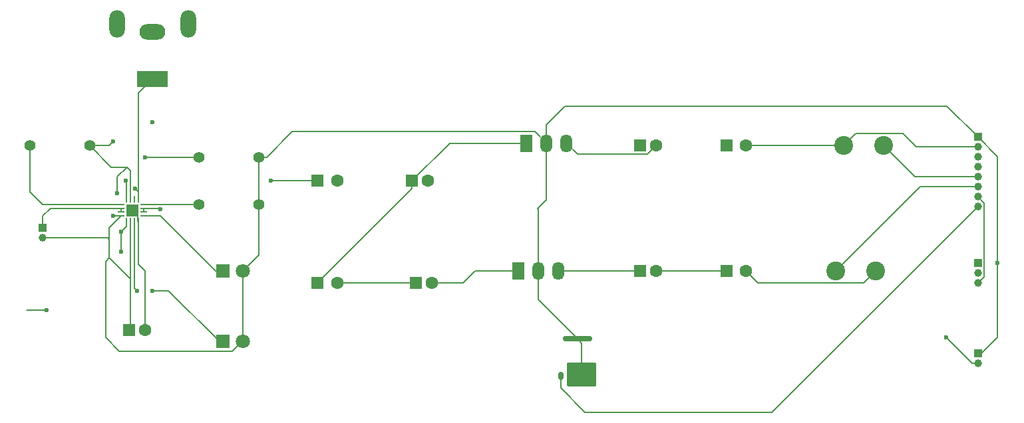
<source format=gbr>
%TF.GenerationSoftware,KiCad,Pcbnew,9.0.6*%
%TF.CreationDate,2026-01-17T19:33:41-06:00*%
%TF.ProjectId,MobileArkhamAsylum,4d6f6269-6c65-4417-926b-68616d417379,rev?*%
%TF.SameCoordinates,Original*%
%TF.FileFunction,Copper,L1,Top*%
%TF.FilePolarity,Positive*%
%FSLAX46Y46*%
G04 Gerber Fmt 4.6, Leading zero omitted, Abs format (unit mm)*
G04 Created by KiCad (PCBNEW 9.0.6) date 2026-01-17 19:33:41*
%MOMM*%
%LPD*%
G01*
G04 APERTURE LIST*
G04 Aperture macros list*
%AMRoundRect*
0 Rectangle with rounded corners*
0 $1 Rounding radius*
0 $2 $3 $4 $5 $6 $7 $8 $9 X,Y pos of 4 corners*
0 Add a 4 corners polygon primitive as box body*
4,1,4,$2,$3,$4,$5,$6,$7,$8,$9,$2,$3,0*
0 Add four circle primitives for the rounded corners*
1,1,$1+$1,$2,$3*
1,1,$1+$1,$4,$5*
1,1,$1+$1,$6,$7*
1,1,$1+$1,$8,$9*
0 Add four rect primitives between the rounded corners*
20,1,$1+$1,$2,$3,$4,$5,0*
20,1,$1+$1,$4,$5,$6,$7,0*
20,1,$1+$1,$6,$7,$8,$9,0*
20,1,$1+$1,$8,$9,$2,$3,0*%
G04 Aperture macros list end*
%TA.AperFunction,ComponentPad*%
%ADD10R,4.000000X2.000000*%
%TD*%
%TA.AperFunction,ComponentPad*%
%ADD11O,3.300000X2.000000*%
%TD*%
%TA.AperFunction,ComponentPad*%
%ADD12O,2.000000X3.500000*%
%TD*%
%TA.AperFunction,HeatsinkPad*%
%ADD13R,1.600000X1.600000*%
%TD*%
%TA.AperFunction,SMDPad,CuDef*%
%ADD14RoundRect,0.062500X-0.062500X-0.375000X0.062500X-0.375000X0.062500X0.375000X-0.062500X0.375000X0*%
%TD*%
%TA.AperFunction,SMDPad,CuDef*%
%ADD15RoundRect,0.062500X-0.375000X-0.062500X0.375000X-0.062500X0.375000X0.062500X-0.375000X0.062500X0*%
%TD*%
%TA.AperFunction,ComponentPad*%
%ADD16C,1.000000*%
%TD*%
%TA.AperFunction,ComponentPad*%
%ADD17R,1.000000X1.000000*%
%TD*%
%TA.AperFunction,ComponentPad*%
%ADD18C,1.400000*%
%TD*%
%TA.AperFunction,ComponentPad*%
%ADD19C,1.600000*%
%TD*%
%TA.AperFunction,ComponentPad*%
%ADD20RoundRect,0.250000X-0.550000X-0.550000X0.550000X-0.550000X0.550000X0.550000X-0.550000X0.550000X0*%
%TD*%
%TA.AperFunction,ComponentPad*%
%ADD21C,2.400000*%
%TD*%
%TA.AperFunction,SMDPad,CuDef*%
%ADD22RoundRect,0.250000X-1.630000X-1.285000X1.630000X-1.285000X1.630000X1.285000X-1.630000X1.285000X0*%
%TD*%
%TA.AperFunction,SMDPad,CuDef*%
%ADD23RoundRect,0.150000X-0.150000X-0.350000X0.150000X-0.350000X0.150000X0.350000X-0.150000X0.350000X0*%
%TD*%
%TA.AperFunction,SMDPad,CuDef*%
%ADD24RoundRect,0.150000X-1.730000X-0.150000X1.730000X-0.150000X1.730000X0.150000X-1.730000X0.150000X0*%
%TD*%
%TA.AperFunction,ComponentPad*%
%ADD25R,1.500000X2.300000*%
%TD*%
%TA.AperFunction,ComponentPad*%
%ADD26O,1.500000X2.300000*%
%TD*%
%TA.AperFunction,ComponentPad*%
%ADD27R,1.800000X1.800000*%
%TD*%
%TA.AperFunction,ComponentPad*%
%ADD28C,1.800000*%
%TD*%
%TA.AperFunction,ViaPad*%
%ADD29C,0.600000*%
%TD*%
%TA.AperFunction,Conductor*%
%ADD30C,0.200000*%
%TD*%
G04 APERTURE END LIST*
D10*
%TO.P,J5,1,L*%
%TO.N,Net-(J5-L)*%
X111500000Y-84000000D03*
D11*
%TO.P,J5,2,N*%
%TO.N,GND*%
X111500000Y-78000000D03*
D12*
%TO.P,J5,MP*%
%TO.N,N/C*%
X116000000Y-77000000D03*
X107000000Y-77000000D03*
%TD*%
D13*
%TO.P,U2,17,VSS*%
%TO.N,Net-(C1-Pad2)*%
X108937500Y-100750000D03*
D14*
%TO.P,U2,16,ISET*%
%TO.N,Net-(U2-ISET)*%
X108187500Y-99312500D03*
%TO.P,U2,15,SYSOFF*%
%TO.N,GND*%
X108687500Y-99312500D03*
%TO.P,U2,14,TMR*%
%TO.N,unconnected-(U2-TMR-Pad14)*%
X109187500Y-99312500D03*
%TO.P,U2,13,IN*%
%TO.N,Net-(J5-L)*%
X109687500Y-99312500D03*
D15*
%TO.P,U2,12,ILIM*%
%TO.N,Net-(U2-ILIM)*%
X110375000Y-100000000D03*
%TO.P,U2,11,OUT*%
%TO.N,Net-(C6-Pad1)*%
X110375000Y-100500000D03*
%TO.P,U2,10,OUT*%
X110375000Y-101000000D03*
%TO.P,U2,9,~{CHG}*%
%TO.N,Net-(D2-K)*%
X110375000Y-101500000D03*
D14*
%TO.P,U2,8,VSS*%
%TO.N,Net-(C1-Pad2)*%
X109687500Y-102187500D03*
%TO.P,U2,7,~{PGOOD}*%
%TO.N,Net-(D1-K)*%
X109187500Y-102187500D03*
%TO.P,U2,6,EN1*%
%TO.N,GND*%
X108687500Y-102187500D03*
%TO.P,U2,5,EN2*%
%TO.N,Net-(J5-L)*%
X108187500Y-102187500D03*
D15*
%TO.P,U2,4,~{CE}*%
%TO.N,GND*%
X107500000Y-101500000D03*
%TO.P,U2,3,BAT*%
%TO.N,Net-(J2-Pin_1)*%
X107500000Y-101000000D03*
%TO.P,U2,2,BAT*%
X107500000Y-100500000D03*
%TO.P,U2,1,TS*%
%TO.N,Net-(U2-TS)*%
X107500000Y-100000000D03*
%TD*%
D16*
%TO.P,J2,2,Pin_2*%
%TO.N,GND*%
X97500000Y-104270000D03*
D17*
%TO.P,J2,1,Pin_1*%
%TO.N,Net-(J2-Pin_1)*%
X97500000Y-103000000D03*
%TD*%
D18*
%TO.P,R1,2*%
%TO.N,GND*%
X103500000Y-92500000D03*
%TO.P,R1,1*%
%TO.N,Net-(U2-TS)*%
X95880000Y-92500000D03*
%TD*%
%TO.P,R3,2*%
%TO.N,GND*%
X125000000Y-94000000D03*
%TO.P,R3,1*%
%TO.N,Net-(U2-ISET)*%
X117380000Y-94000000D03*
%TD*%
D19*
%TO.P,C1,2*%
%TO.N,Net-(C1-Pad2)*%
X110500000Y-116000000D03*
D20*
%TO.P,C1,1*%
%TO.N,GND*%
X108500000Y-116000000D03*
%TD*%
%TO.P,C7,1*%
%TO.N,Net-(C3-Pad1)*%
X184500000Y-92500000D03*
D19*
%TO.P,C7,2*%
%TO.N,/Power ESP32*%
X187000000Y-92500000D03*
%TD*%
D21*
%TO.P,R5,1*%
%TO.N,/Power ESP32*%
X199420000Y-92500000D03*
%TO.P,R5,2*%
%TO.N,/ADC Readings for 3.3V*%
X204500000Y-92500000D03*
%TD*%
%TO.P,R4,1*%
%TO.N,Net-(J1-Pin_2)*%
X203500000Y-108500000D03*
%TO.P,R4,2*%
%TO.N,/ADC Readings for 5V*%
X198420000Y-108500000D03*
%TD*%
D22*
%TO.P,Q1,3,S*%
%TO.N,GND*%
X166110000Y-121717500D03*
D23*
%TO.P,Q1,2,G*%
%TO.N,/NMOS G*%
X163430000Y-121857500D03*
D24*
%TO.P,Q1,1,D*%
%TO.N,GND*%
X165560000Y-117137500D03*
%TD*%
D17*
%TO.P,J4,1,Pin_1*%
%TO.N,GND*%
X216500000Y-119000000D03*
D16*
%TO.P,J4,2,Pin_2*%
%TO.N,Net-(J1-Pin_2)*%
X216500000Y-120270000D03*
%TD*%
D17*
%TO.P,J3,1,Pin_1*%
%TO.N,GND*%
X216500000Y-91420000D03*
D16*
%TO.P,J3,2,Pin_2*%
%TO.N,/Power ESP32*%
X216500000Y-92690000D03*
%TO.P,J3,3,Pin_3*%
%TO.N,unconnected-(J3-Pin_3-Pad3)*%
X216500000Y-93960000D03*
%TO.P,J3,4,Pin_4*%
%TO.N,unconnected-(J3-Pin_4-Pad4)*%
X216500000Y-95230000D03*
%TO.P,J3,5,Pin_5*%
%TO.N,/ADC Readings for 3.3V*%
X216500000Y-96500000D03*
%TO.P,J3,6,Pin_6*%
%TO.N,/ADC Readings for 5V*%
X216500000Y-97770000D03*
%TO.P,J3,7,Pin_7*%
%TO.N,/Servo PWM*%
X216500000Y-99040000D03*
%TO.P,J3,8,Pin_8*%
%TO.N,/NMOS G*%
X216500000Y-100310000D03*
%TD*%
D17*
%TO.P,J1,1,Pin_1*%
%TO.N,GND*%
X216500000Y-107500000D03*
D16*
%TO.P,J1,2,Pin_2*%
%TO.N,Net-(J1-Pin_2)*%
X216500000Y-108770000D03*
%TO.P,J1,3,Pin_3*%
%TO.N,/Servo PWM*%
X216500000Y-110040000D03*
%TD*%
D20*
%TO.P,C5,1*%
%TO.N,Net-(C5-Pad1)*%
X145000000Y-110000000D03*
D19*
%TO.P,C5,2*%
%TO.N,Net-(U3-IN)*%
X147000000Y-110000000D03*
%TD*%
D20*
%TO.P,C3,1*%
%TO.N,Net-(C3-Pad1)*%
X173544888Y-92500000D03*
D19*
%TO.P,C3,2*%
%TO.N,Net-(U1-OUT)*%
X175544888Y-92500000D03*
%TD*%
D20*
%TO.P,C2,1*%
%TO.N,Net-(U1-IN)*%
X144500000Y-97000000D03*
D19*
%TO.P,C2,2*%
%TO.N,Net-(C2-Pad2)*%
X146500000Y-97000000D03*
%TD*%
D20*
%TO.P,C8,1*%
%TO.N,Net-(U1-IN)*%
X132500000Y-110000000D03*
D19*
%TO.P,C8,2*%
%TO.N,Net-(C5-Pad1)*%
X135000000Y-110000000D03*
%TD*%
D25*
%TO.P,U3,1,IN*%
%TO.N,Net-(U3-IN)*%
X158000000Y-108500000D03*
D26*
%TO.P,U3,2,GND*%
%TO.N,GND*%
X160540000Y-108500000D03*
%TO.P,U3,3,OUT*%
%TO.N,Net-(U3-OUT)*%
X163080000Y-108500000D03*
%TD*%
D20*
%TO.P,C4,1*%
%TO.N,Net-(U3-OUT)*%
X173544888Y-108500000D03*
D19*
%TO.P,C4,2*%
%TO.N,Net-(C4-Pad2)*%
X175544888Y-108500000D03*
%TD*%
D20*
%TO.P,C9,1*%
%TO.N,Net-(C4-Pad2)*%
X184500000Y-108500000D03*
D19*
%TO.P,C9,2*%
%TO.N,Net-(J1-Pin_2)*%
X187000000Y-108500000D03*
%TD*%
D27*
%TO.P,D1,1,K*%
%TO.N,Net-(D1-K)*%
X120460000Y-117500000D03*
D28*
%TO.P,D1,2,A*%
%TO.N,GND*%
X123000000Y-117500000D03*
%TD*%
D25*
%TO.P,U1,1,IN*%
%TO.N,Net-(U1-IN)*%
X159052500Y-92207500D03*
D26*
%TO.P,U1,2,GND*%
%TO.N,GND*%
X161592500Y-92207500D03*
%TO.P,U1,3,OUT*%
%TO.N,Net-(U1-OUT)*%
X164132500Y-92207500D03*
%TD*%
D18*
%TO.P,R2,1*%
%TO.N,Net-(U2-ILIM)*%
X117380000Y-100000000D03*
%TO.P,R2,2*%
%TO.N,GND*%
X125000000Y-100000000D03*
%TD*%
D20*
%TO.P,C6,1*%
%TO.N,Net-(C6-Pad1)*%
X132500000Y-97000000D03*
D19*
%TO.P,C6,2*%
%TO.N,Net-(C2-Pad2)*%
X135000000Y-97000000D03*
%TD*%
D27*
%TO.P,D2,1,K*%
%TO.N,Net-(D2-K)*%
X120460000Y-108500000D03*
D28*
%TO.P,D2,2,A*%
%TO.N,GND*%
X123000000Y-108500000D03*
%TD*%
D29*
%TO.N,Net-(J5-L)*%
X109287500Y-98000000D03*
%TO.N,Net-(J1-Pin_2)*%
X212500000Y-117000000D03*
%TO.N,GND*%
X106500000Y-92000000D03*
X111500000Y-89500000D03*
%TO.N,Net-(J5-L)*%
X98000000Y-113500000D03*
X107500000Y-106000000D03*
%TO.N,GND*%
X106500000Y-101500000D03*
X107000000Y-98600000D03*
%TO.N,Net-(J5-L)*%
X107500000Y-103500000D03*
%TO.N,GND*%
X219000000Y-107500000D03*
%TO.N,Net-(C6-Pad1)*%
X126500000Y-97000000D03*
%TO.N,Net-(U2-ISET)*%
X110500000Y-94000000D03*
%TO.N,Net-(D1-K)*%
X109500000Y-111000000D03*
X111500000Y-111000000D03*
%TO.N,Net-(U2-ISET)*%
X108087500Y-97000000D03*
%TO.N,Net-(C6-Pad1)*%
X112500000Y-100600000D03*
%TD*%
D30*
%TO.N,Net-(J5-L)*%
X111500000Y-84000000D02*
X109687500Y-85812500D01*
X109687500Y-85812500D02*
X109687500Y-99312500D01*
X109687500Y-98400000D02*
X109287500Y-98000000D01*
X109687500Y-99312500D02*
X109687500Y-98400000D01*
%TO.N,Net-(J1-Pin_2)*%
X212500000Y-117000000D02*
X215770000Y-120270000D01*
X215770000Y-120270000D02*
X216500000Y-120270000D01*
%TO.N,GND*%
X106500000Y-92000000D02*
X106000000Y-92500000D01*
X106000000Y-92500000D02*
X103500000Y-92500000D01*
%TO.N,Net-(J5-L)*%
X98000000Y-113500000D02*
X95500000Y-113500000D01*
X107500000Y-103500000D02*
X107500000Y-106000000D01*
%TO.N,GND*%
X106250000Y-95250000D02*
X108250000Y-95250000D01*
X103500000Y-92500000D02*
X106250000Y-95250000D01*
%TO.N,Net-(U2-TS)*%
X95880000Y-98380000D02*
X95880000Y-92500000D01*
X107500000Y-100000000D02*
X97500000Y-100000000D01*
X97500000Y-100000000D02*
X95880000Y-98380000D01*
%TO.N,Net-(U3-OUT)*%
X173544888Y-108500000D02*
X163080000Y-108500000D01*
%TO.N,GND*%
X160540000Y-108500000D02*
X160540000Y-112117500D01*
X160540000Y-112117500D02*
X165560000Y-117137500D01*
X160500000Y-100500000D02*
X160540000Y-100540000D01*
X161592500Y-99407500D02*
X160500000Y-100500000D01*
X161592500Y-92207500D02*
X161592500Y-99407500D01*
X160540000Y-100540000D02*
X160540000Y-108500000D01*
%TO.N,Net-(U3-IN)*%
X151000000Y-110000000D02*
X147000000Y-110000000D01*
X152500000Y-108500000D02*
X151000000Y-110000000D01*
X158000000Y-108500000D02*
X152500000Y-108500000D01*
%TO.N,Net-(J2-Pin_1)*%
X107500000Y-101000000D02*
X107500000Y-100500000D01*
%TO.N,Net-(C6-Pad1)*%
X110375000Y-100500000D02*
X110375000Y-101000000D01*
X110375000Y-100500000D02*
X112400000Y-100500000D01*
X112400000Y-100500000D02*
X112500000Y-100600000D01*
%TO.N,Net-(C1-Pad2)*%
X109636500Y-102136500D02*
X109636500Y-101449000D01*
X109636500Y-101449000D02*
X108937500Y-100750000D01*
X109687500Y-102187500D02*
X109636500Y-102136500D01*
X109687500Y-102187500D02*
X109687500Y-102500000D01*
%TO.N,GND*%
X107000000Y-98600000D02*
X107000000Y-96500000D01*
X107000000Y-96500000D02*
X108250000Y-95250000D01*
X107500000Y-101500000D02*
X106500000Y-101500000D01*
%TO.N,Net-(J5-L)*%
X108187500Y-102812500D02*
X107500000Y-103500000D01*
X108187500Y-102187500D02*
X108187500Y-102812500D01*
%TO.N,Net-(C4-Pad2)*%
X184500000Y-108500000D02*
X175544888Y-108500000D01*
%TO.N,Net-(J1-Pin_2)*%
X201999000Y-110001000D02*
X203500000Y-108500000D01*
X188501000Y-110001000D02*
X201999000Y-110001000D01*
X187000000Y-108500000D02*
X188501000Y-110001000D01*
%TO.N,GND*%
X105500000Y-117000000D02*
X105500000Y-107312500D01*
X107201000Y-118701000D02*
X105500000Y-117000000D01*
X121661000Y-118701000D02*
X107201000Y-118701000D01*
X123000000Y-117362000D02*
X121661000Y-118701000D01*
X123000000Y-108500000D02*
X123000000Y-117362000D01*
X105500000Y-107312500D02*
X106000000Y-106812500D01*
%TO.N,Net-(J2-Pin_1)*%
X97500000Y-103000000D02*
X97500000Y-101500000D01*
%TO.N,GND*%
X219000000Y-107500000D02*
X219000000Y-117000000D01*
X219000000Y-117000000D02*
X217000000Y-119000000D01*
X219000000Y-93920000D02*
X219000000Y-107500000D01*
X217000000Y-119000000D02*
X216500000Y-119000000D01*
X216500000Y-91420000D02*
X219000000Y-93920000D01*
%TO.N,/Servo PWM*%
X217301000Y-99841000D02*
X216500000Y-99040000D01*
X216500000Y-110040000D02*
X217301000Y-109239000D01*
X217301000Y-109239000D02*
X217301000Y-99841000D01*
%TO.N,/ADC Readings for 5V*%
X209150000Y-97770000D02*
X216500000Y-97770000D01*
X198420000Y-108500000D02*
X209150000Y-97770000D01*
%TO.N,/Power ESP32*%
X199420000Y-92500000D02*
X187000000Y-92500000D01*
X200921000Y-90999000D02*
X199420000Y-92500000D01*
X206999000Y-90999000D02*
X200921000Y-90999000D01*
X208690000Y-92690000D02*
X206999000Y-90999000D01*
X216500000Y-92690000D02*
X208690000Y-92690000D01*
%TO.N,/ADC Readings for 3.3V*%
X208500000Y-96500000D02*
X216500000Y-96500000D01*
X204500000Y-92500000D02*
X208500000Y-96500000D01*
%TO.N,GND*%
X161592500Y-89907500D02*
X161592500Y-92207500D01*
X164000000Y-87500000D02*
X161592500Y-89907500D01*
X212580000Y-87500000D02*
X164000000Y-87500000D01*
X216500000Y-91420000D02*
X212580000Y-87500000D01*
%TO.N,/NMOS G*%
X163430000Y-123430000D02*
X163430000Y-121857500D01*
X166500000Y-126500000D02*
X163430000Y-123430000D01*
X190310000Y-126500000D02*
X166500000Y-126500000D01*
X216500000Y-100310000D02*
X190310000Y-126500000D01*
%TO.N,GND*%
X166110000Y-121717500D02*
X166110000Y-117687500D01*
X166110000Y-117687500D02*
X165560000Y-117137500D01*
%TO.N,Net-(U1-OUT)*%
X165526000Y-93601000D02*
X164132500Y-92207500D01*
X174443888Y-93601000D02*
X165526000Y-93601000D01*
X175544888Y-92500000D02*
X174443888Y-93601000D01*
%TO.N,Net-(U1-IN)*%
X159052500Y-92207500D02*
X149292500Y-92207500D01*
X149292500Y-92207500D02*
X144500000Y-97000000D01*
%TO.N,GND*%
X126000000Y-94000000D02*
X125000000Y-94000000D01*
X129243500Y-90756500D02*
X126000000Y-94000000D01*
X160141500Y-90756500D02*
X129243500Y-90756500D01*
X161592500Y-92207500D02*
X160141500Y-90756500D01*
%TO.N,Net-(C5-Pad1)*%
X135000000Y-110000000D02*
X145000000Y-110000000D01*
%TO.N,Net-(U1-IN)*%
X144500000Y-98000000D02*
X132500000Y-110000000D01*
X144500000Y-97000000D02*
X144500000Y-98000000D01*
%TO.N,Net-(C6-Pad1)*%
X132500000Y-97000000D02*
X126500000Y-97000000D01*
%TO.N,Net-(D1-K)*%
X120460000Y-117500000D02*
X120000000Y-117500000D01*
%TO.N,Net-(D2-K)*%
X120460000Y-108500000D02*
X119500000Y-108500000D01*
%TO.N,GND*%
X123000000Y-108500000D02*
X123000000Y-117500000D01*
X125000000Y-106500000D02*
X123000000Y-108500000D01*
X125000000Y-100000000D02*
X125000000Y-106500000D01*
X125000000Y-94000000D02*
X125000000Y-100000000D01*
X108500000Y-116000000D02*
X108687500Y-115812500D01*
%TO.N,Net-(D1-K)*%
X120000000Y-117500000D02*
X113500000Y-111000000D01*
%TO.N,GND*%
X108687500Y-115812500D02*
X108687500Y-109500000D01*
%TO.N,Net-(C1-Pad2)*%
X110500000Y-116000000D02*
X110500000Y-108500000D01*
%TO.N,Net-(U2-ILIM)*%
X117380000Y-100000000D02*
X110375000Y-100000000D01*
%TO.N,Net-(D2-K)*%
X119500000Y-108500000D02*
X112500000Y-101500000D01*
%TO.N,GND*%
X108687500Y-95687500D02*
X108250000Y-95250000D01*
%TO.N,Net-(U2-ISET)*%
X110500000Y-94000000D02*
X117380000Y-94000000D01*
%TO.N,Net-(D1-K)*%
X113500000Y-111000000D02*
X111500000Y-111000000D01*
X109187500Y-110687500D02*
X109187500Y-102187500D01*
%TO.N,Net-(C1-Pad2)*%
X109687500Y-107687500D02*
X109687500Y-102187500D01*
X110500000Y-108500000D02*
X109687500Y-107687500D01*
%TO.N,GND*%
X106000000Y-106812500D02*
X108687500Y-109500000D01*
%TO.N,Net-(D1-K)*%
X109500000Y-111000000D02*
X109187500Y-110687500D01*
%TO.N,GND*%
X108687500Y-109500000D02*
X108687500Y-102187500D01*
X97500000Y-104270000D02*
X105770000Y-104270000D01*
%TO.N,Net-(J2-Pin_1)*%
X97500000Y-101500000D02*
X98500000Y-100500000D01*
X98500000Y-100500000D02*
X107500000Y-100500000D01*
%TO.N,GND*%
X105770000Y-104270000D02*
X106000000Y-104500000D01*
%TO.N,Net-(D2-K)*%
X112500000Y-101500000D02*
X110375000Y-101500000D01*
%TO.N,GND*%
X107500000Y-101500000D02*
X106000000Y-103000000D01*
X106000000Y-103000000D02*
X106000000Y-104500000D01*
X108687500Y-99312500D02*
X108687500Y-95687500D01*
X106000000Y-104500000D02*
X106000000Y-106812500D01*
%TO.N,Net-(U2-ISET)*%
X108187500Y-99312500D02*
X108187500Y-97100000D01*
X108187500Y-97100000D02*
X108087500Y-97000000D01*
%TD*%
M02*

</source>
